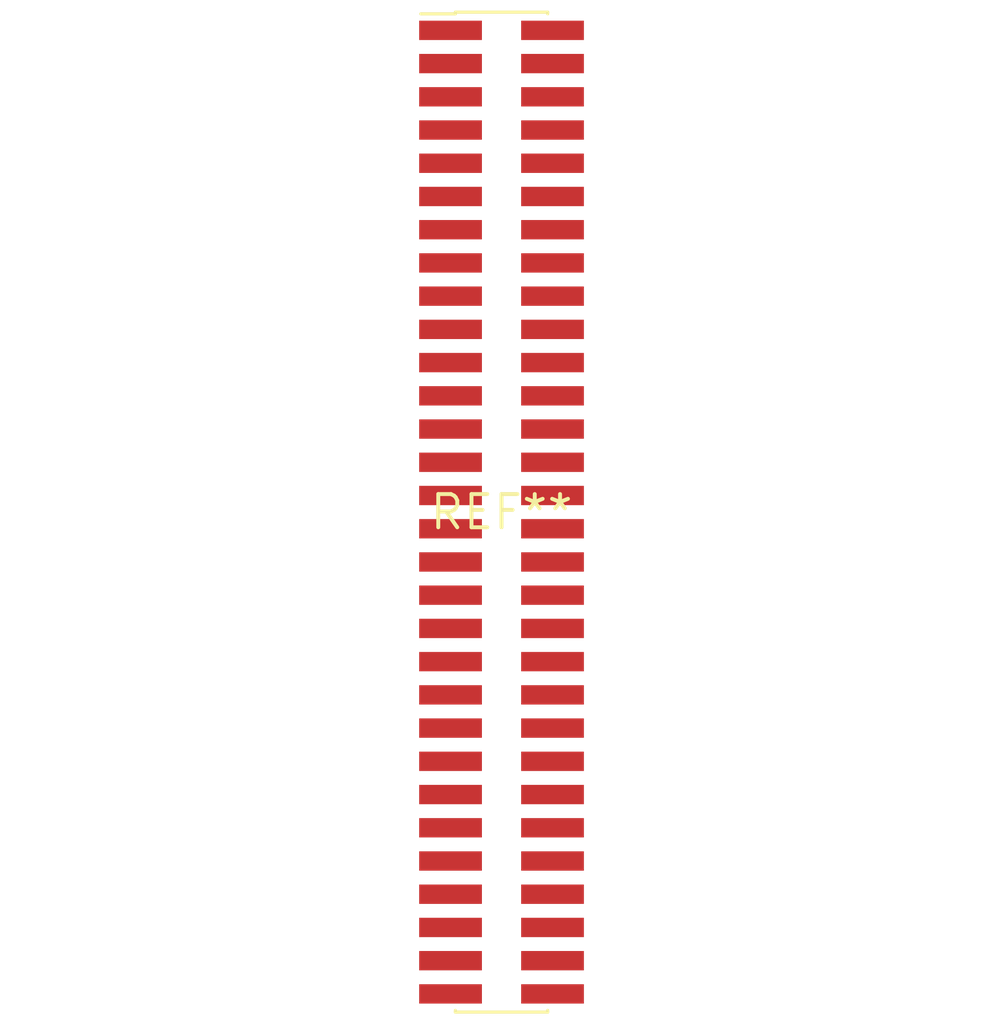
<source format=kicad_pcb>
(kicad_pcb (version 20240108) (generator pcbnew)
  (layers (0 "F.Cu" signal) (31 "B.Cu" signal) (34 "B.Paste" user) (35 "F.Paste" user) (36 "B.SilkS" user "B.Silkscreen") (37 "F.SilkS" user "F.Silkscreen") (38 "B.Mask" user) (39 "F.Mask" user) (44 "Edge.Cuts" user))
  (net 0 "")
  (footprint "PinHeader_2x30_P1.27mm_Vertical_SMD" (layer "F.Cu") (at 0 0)
    (property "Reference" "REF**")
    (property "Value" "PinHeader_2x30_P1.27mm_Vertical_SMD")
    (fp_line (start -3.09 -19.045) (end -1.765 -19.045) (layer "F.SilkS") (stroke (width 0.12)))
    (fp_line (start -1.765 -19.11) (end -1.765 -19.045) (layer "F.SilkS") (stroke (width 0.12)))
    (fp_line (start -1.765 -19.11) (end 1.765 -19.11) (layer "F.SilkS") (stroke (width 0.12)))
    (fp_line (start -1.765 19.045) (end -1.765 19.11) (layer "F.SilkS") (stroke (width 0.12)))
    (fp_line (start -1.765 19.11) (end 1.765 19.11) (layer "F.SilkS") (stroke (width 0.12)))
    (fp_line (start 1.765 -19.11) (end 1.765 -19.045) (layer "F.SilkS") (stroke (width 0.12)))
    (fp_line (start 1.765 19.045) (end 1.765 19.11) (layer "F.SilkS") (stroke (width 0.12)))
    (pad "1" smd rect (at -1.95 -18.415) (size 2.4 0.74) (layers "F.Cu" "F.Paste" "F.Mask"))
    (pad "2" smd rect (at 1.95 -18.415) (size 2.4 0.74) (layers "F.Cu" "F.Paste" "F.Mask"))
    (pad "3" smd rect (at -1.95 -17.145) (size 2.4 0.74) (layers "F.Cu" "F.Paste" "F.Mask"))
    (pad "4" smd rect (at 1.95 -17.145) (size 2.4 0.74) (layers "F.Cu" "F.Paste" "F.Mask"))
    (pad "5" smd rect (at -1.95 -15.875) (size 2.4 0.74) (layers "F.Cu" "F.Paste" "F.Mask"))
    (pad "6" smd rect (at 1.95 -15.875) (size 2.4 0.74) (layers "F.Cu" "F.Paste" "F.Mask"))
    (pad "7" smd rect (at -1.95 -14.605) (size 2.4 0.74) (layers "F.Cu" "F.Paste" "F.Mask"))
    (pad "8" smd rect (at 1.95 -14.605) (size 2.4 0.74) (layers "F.Cu" "F.Paste" "F.Mask"))
    (pad "9" smd rect (at -1.95 -13.335) (size 2.4 0.74) (layers "F.Cu" "F.Paste" "F.Mask"))
    (pad "10" smd rect (at 1.95 -13.335) (size 2.4 0.74) (layers "F.Cu" "F.Paste" "F.Mask"))
    (pad "11" smd rect (at -1.95 -12.065) (size 2.4 0.74) (layers "F.Cu" "F.Paste" "F.Mask"))
    (pad "12" smd rect (at 1.95 -12.065) (size 2.4 0.74) (layers "F.Cu" "F.Paste" "F.Mask"))
    (pad "13" smd rect (at -1.95 -10.795) (size 2.4 0.74) (layers "F.Cu" "F.Paste" "F.Mask"))
    (pad "14" smd rect (at 1.95 -10.795) (size 2.4 0.74) (layers "F.Cu" "F.Paste" "F.Mask"))
    (pad "15" smd rect (at -1.95 -9.525) (size 2.4 0.74) (layers "F.Cu" "F.Paste" "F.Mask"))
    (pad "16" smd rect (at 1.95 -9.525) (size 2.4 0.74) (layers "F.Cu" "F.Paste" "F.Mask"))
    (pad "17" smd rect (at -1.95 -8.255) (size 2.4 0.74) (layers "F.Cu" "F.Paste" "F.Mask"))
    (pad "18" smd rect (at 1.95 -8.255) (size 2.4 0.74) (layers "F.Cu" "F.Paste" "F.Mask"))
    (pad "19" smd rect (at -1.95 -6.985) (size 2.4 0.74) (layers "F.Cu" "F.Paste" "F.Mask"))
    (pad "20" smd rect (at 1.95 -6.985) (size 2.4 0.74) (layers "F.Cu" "F.Paste" "F.Mask"))
    (pad "21" smd rect (at -1.95 -5.715) (size 2.4 0.74) (layers "F.Cu" "F.Paste" "F.Mask"))
    (pad "22" smd rect (at 1.95 -5.715) (size 2.4 0.74) (layers "F.Cu" "F.Paste" "F.Mask"))
    (pad "23" smd rect (at -1.95 -4.445) (size 2.4 0.74) (layers "F.Cu" "F.Paste" "F.Mask"))
    (pad "24" smd rect (at 1.95 -4.445) (size 2.4 0.74) (layers "F.Cu" "F.Paste" "F.Mask"))
    (pad "25" smd rect (at -1.95 -3.175) (size 2.4 0.74) (layers "F.Cu" "F.Paste" "F.Mask"))
    (pad "26" smd rect (at 1.95 -3.175) (size 2.4 0.74) (layers "F.Cu" "F.Paste" "F.Mask"))
    (pad "27" smd rect (at -1.95 -1.905) (size 2.4 0.74) (layers "F.Cu" "F.Paste" "F.Mask"))
    (pad "28" smd rect (at 1.95 -1.905) (size 2.4 0.74) (layers "F.Cu" "F.Paste" "F.Mask"))
    (pad "29" smd rect (at -1.95 -0.635) (size 2.4 0.74) (layers "F.Cu" "F.Paste" "F.Mask"))
    (pad "30" smd rect (at 1.95 -0.635) (size 2.4 0.74) (layers "F.Cu" "F.Paste" "F.Mask"))
    (pad "31" smd rect (at -1.95 0.635) (size 2.4 0.74) (layers "F.Cu" "F.Paste" "F.Mask"))
    (pad "32" smd rect (at 1.95 0.635) (size 2.4 0.74) (layers "F.Cu" "F.Paste" "F.Mask"))
    (pad "33" smd rect (at -1.95 1.905) (size 2.4 0.74) (layers "F.Cu" "F.Paste" "F.Mask"))
    (pad "34" smd rect (at 1.95 1.905) (size 2.4 0.74) (layers "F.Cu" "F.Paste" "F.Mask"))
    (pad "35" smd rect (at -1.95 3.175) (size 2.4 0.74) (layers "F.Cu" "F.Paste" "F.Mask"))
    (pad "36" smd rect (at 1.95 3.175) (size 2.4 0.74) (layers "F.Cu" "F.Paste" "F.Mask"))
    (pad "37" smd rect (at -1.95 4.445) (size 2.4 0.74) (layers "F.Cu" "F.Paste" "F.Mask"))
    (pad "38" smd rect (at 1.95 4.445) (size 2.4 0.74) (layers "F.Cu" "F.Paste" "F.Mask"))
    (pad "39" smd rect (at -1.95 5.715) (size 2.4 0.74) (layers "F.Cu" "F.Paste" "F.Mask"))
    (pad "40" smd rect (at 1.95 5.715) (size 2.4 0.74) (layers "F.Cu" "F.Paste" "F.Mask"))
    (pad "41" smd rect (at -1.95 6.985) (size 2.4 0.74) (layers "F.Cu" "F.Paste" "F.Mask"))
    (pad "42" smd rect (at 1.95 6.985) (size 2.4 0.74) (layers "F.Cu" "F.Paste" "F.Mask"))
    (pad "43" smd rect (at -1.95 8.255) (size 2.4 0.74) (layers "F.Cu" "F.Paste" "F.Mask"))
    (pad "44" smd rect (at 1.95 8.255) (size 2.4 0.74) (layers "F.Cu" "F.Paste" "F.Mask"))
    (pad "45" smd rect (at -1.95 9.525) (size 2.4 0.74) (layers "F.Cu" "F.Paste" "F.Mask"))
    (pad "46" smd rect (at 1.95 9.525) (size 2.4 0.74) (layers "F.Cu" "F.Paste" "F.Mask"))
    (pad "47" smd rect (at -1.95 10.795) (size 2.4 0.74) (layers "F.Cu" "F.Paste" "F.Mask"))
    (pad "48" smd rect (at 1.95 10.795) (size 2.4 0.74) (layers "F.Cu" "F.Paste" "F.Mask"))
    (pad "49" smd rect (at -1.95 12.065) (size 2.4 0.74) (layers "F.Cu" "F.Paste" "F.Mask"))
    (pad "50" smd rect (at 1.95 12.065) (size 2.4 0.74) (layers "F.Cu" "F.Paste" "F.Mask"))
    (pad "51" smd rect (at -1.95 13.335) (size 2.4 0.74) (layers "F.Cu" "F.Paste" "F.Mask"))
    (pad "52" smd rect (at 1.95 13.335) (size 2.4 0.74) (layers "F.Cu" "F.Paste" "F.Mask"))
    (pad "53" smd rect (at -1.95 14.605) (size 2.4 0.74) (layers "F.Cu" "F.Paste" "F.Mask"))
    (pad "54" smd rect (at 1.95 14.605) (size 2.4 0.74) (layers "F.Cu" "F.Paste" "F.Mask"))
    (pad "55" smd rect (at -1.95 15.875) (size 2.4 0.74) (layers "F.Cu" "F.Paste" "F.Mask"))
    (pad "56" smd rect (at 1.95 15.875) (size 2.4 0.74) (layers "F.Cu" "F.Paste" "F.Mask"))
    (pad "57" smd rect (at -1.95 17.145) (size 2.4 0.74) (layers "F.Cu" "F.Paste" "F.Mask"))
    (pad "58" smd rect (at 1.95 17.145) (size 2.4 0.74) (layers "F.Cu" "F.Paste" "F.Mask"))
    (pad "59" smd rect (at -1.95 18.415) (size 2.4 0.74) (layers "F.Cu" "F.Paste" "F.Mask"))
    (pad "60" smd rect (at 1.95 18.415) (size 2.4 0.74) (layers "F.Cu" "F.Paste" "F.Mask"))
  )
)
</source>
